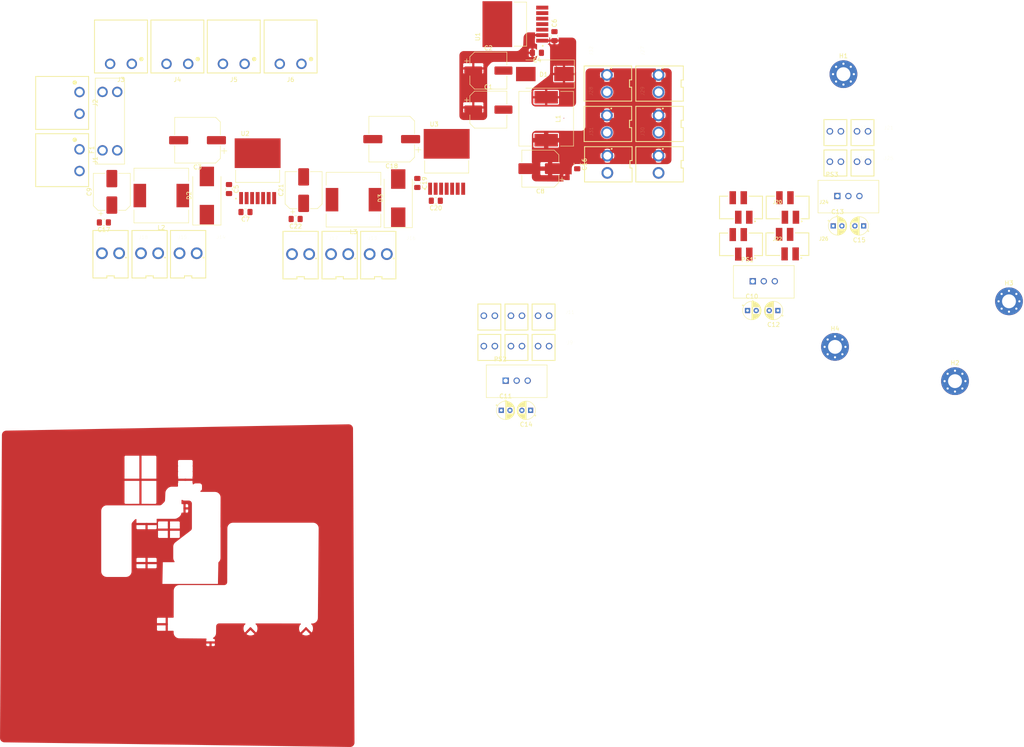
<source format=kicad_pcb>
(kicad_pcb (version 20171130) (host pcbnew "(5.1.8)-1")
  (layers (0 F.Cu signal) (31 B.Cu signal) (34 B.Paste user) (35 F.Paste user) (36 B.SilkS user) (37 F.SilkS user hide) (38 B.Mask user) (39 F.Mask user) (44 Edge.Cuts user))
  (net 0 "")
  (net 1 +24V)
  (net 2 GND)
  (net 3 "Net-(C6-Pad2)")
  (net 4 "Net-(C6-Pad1)")
  (net 5 "Net-(C7-Pad2)")
  (net 6 "Net-(C7-Pad1)")
  (net 7 +5P)
  (net 8 +12P)
  (net 9 +5V)
  (net 10 +12C)
  (net 11 +5C)
  (net 12 +BATT)
  (net 13 "Net-(J20-Pad3)")
  (net 14 "Net-(J20-Pad2)")
  (net 15 "Net-(J22-Pad2)")
  (net 16 "Net-(J22-Pad3)")
  (net 17 "Net-(J24-Pad3)")
  (net 18 "Net-(J24-Pad2)")
  (net 19 "Net-(J26-Pad2)")
  (net 20 "Net-(J26-Pad3)")
  (net 21 "Net-(U1-Pad7)")
  (net 22 "Net-(U1-Pad5)")
  (net 23 "Net-(U2-Pad5)")
  (net 24 "Net-(U2-Pad7)")
  (net 25 "Net-(C20-Pad2)")
  (net 26 "Net-(C20-Pad1)")
  (net 27 "Net-(U3-Pad7)")
  (net 28 "Net-(U3-Pad5)")
  (module AREA_lib_Connector:690367290476 (layer F.Cu) (at 213.430001 66.700001)
    (fp_text reference J26 (at 8.374 -1.232) (layer F.SilkS) (effects (font (size 0.8 0.8))))
    (fp_text value 5V_CAN)
    (pad 1 smd rect (at 1.905 2.25) (size 1.5 3) (layers F.Cu F.Paste F.Mask) (net 9 +5V))
    (pad 3 smd rect (at -0.635 2.25) (size 1.5 3) (layers F.Cu F.Paste F.Mask) (net 20 "Net-(J26-Pad3)"))
    (pad 2 smd rect (at 0.635 -2.25) (size 1.5 3) (layers F.Cu F.Paste F.Mask) (net 19 "Net-(J26-Pad2)"))
    (pad 4 smd rect (at -1.905 -2.25) (size 1.5 3) (layers F.Cu F.Paste F.Mask) (net 2 GND))
  )
  (module AREA_lib_Connector:690367290476 (layer F.Cu) (at 213.5 58.25)
    (fp_text reference J24 (at 8.374 -1.232) (layer F.SilkS) (effects (font (size 0.8 0.8))))
    (fp_text value 5V_CAN)
    (pad 1 smd rect (at 1.905 2.25) (size 1.5 3) (layers F.Cu F.Paste F.Mask) (net 9 +5V))
    (pad 3 smd rect (at -0.635 2.25) (size 1.5 3) (layers F.Cu F.Paste F.Mask) (net 17 "Net-(J24-Pad3)"))
    (pad 2 smd rect (at 0.635 -2.25) (size 1.5 3) (layers F.Cu F.Paste F.Mask) (net 18 "Net-(J24-Pad2)"))
    (pad 4 smd rect (at -1.905 -2.25) (size 1.5 3) (layers F.Cu F.Paste F.Mask) (net 2 GND))
  )
  (module AREA_lib_Connector:690367290476 (layer F.Cu) (at 202.75 66.75)
    (fp_text reference J22 (at 8.374 -1.232) (layer F.SilkS) (effects (font (size 0.8 0.8))))
    (fp_text value 5V_CAN)
    (pad 1 smd rect (at 1.905 2.25) (size 1.5 3) (layers F.Cu F.Paste F.Mask) (net 9 +5V))
    (pad 3 smd rect (at -0.635 2.25) (size 1.5 3) (layers F.Cu F.Paste F.Mask) (net 16 "Net-(J22-Pad3)"))
    (pad 2 smd rect (at 0.635 -2.25) (size 1.5 3) (layers F.Cu F.Paste F.Mask) (net 15 "Net-(J22-Pad2)"))
    (pad 4 smd rect (at -1.905 -2.25) (size 1.5 3) (layers F.Cu F.Paste F.Mask) (net 2 GND))
  )
  (module AREA_lib_Connector:690367290476 (layer F.Cu) (at 202.75 58.25)
    (fp_text reference J20 (at 8.374 -1.232) (layer F.SilkS) (effects (font (size 0.8 0.8))))
    (fp_text value 5V_CAN)
    (pad 1 smd rect (at 1.905 2.25) (size 1.5 3) (layers F.Cu F.Paste F.Mask) (net 9 +5V))
    (pad 3 smd rect (at -0.635 2.25) (size 1.5 3) (layers F.Cu F.Paste F.Mask) (net 13 "Net-(J20-Pad3)"))
    (pad 2 smd rect (at 0.635 -2.25) (size 1.5 3) (layers F.Cu F.Paste F.Mask) (net 14 "Net-(J20-Pad2)"))
    (pad 4 smd rect (at -1.905 -2.25) (size 1.5 3) (layers F.Cu F.Paste F.Mask) (net 2 GND))
  )
  (module AREA_lib_composant:FUSE_3557-2 (layer F.Cu) (at 57.3 38.35 90)
    (fp_text reference F1 (at -6.61381 -4.14052 90) (layer F.SilkS) (effects (font (size 1.001339 1.001339))))
    (fp_text value 3557-2)
    (pad 3 thru_hole circle (at 6.735 1.7 90) (size 2.4 2.4) (drill 1.6) (layers *.Cu *.Mask) (net 1 +24V))
    (pad 3 thru_hole circle (at 6.735 -1.7 90) (size 2.4 2.4) (drill 1.6) (layers *.Cu *.Mask) (net 1 +24V))
    (pad 1 thru_hole circle (at -6.735 1.7 90) (size 2.4 2.4) (drill 1.6) (layers *.Cu *.Mask) (net 12 +BATT))
    (pad 1 thru_hole circle (at -6.735 -1.7 90) (size 2.4 2.4) (drill 1.6) (layers *.Cu *.Mask) (net 12 +BATT))
  )
  (module AREA_lib_composant:TO127P1435X464-8N (layer F.Cu) (at 134.91 47.74)
    (fp_text reference U3 (at -2.885 -8.675) (layer F.SilkS))
    (fp_text value LM2678S-12)
    (pad 8 smd rect (at 0 -4.16) (size 10.58 6.84) (layers F.Cu F.Mask) (net 2 GND))
    (pad 7 smd rect (at 3.81 6.19) (size 0.89 2.79) (layers F.Cu F.Paste F.Mask) (net 27 "Net-(U3-Pad7)"))
    (pad 6 smd rect (at 2.54 6.19) (size 0.89 2.79) (layers F.Cu F.Paste F.Mask) (net 8 +12P))
    (pad 5 smd rect (at 1.27 6.19) (size 0.89 2.79) (layers F.Cu F.Paste F.Mask) (net 28 "Net-(U3-Pad5)"))
    (pad 4 smd rect (at 0 6.19) (size 0.89 2.79) (layers F.Cu F.Paste F.Mask) (net 2 GND))
    (pad 3 smd rect (at -1.27 6.19) (size 0.89 2.79) (layers F.Cu F.Paste F.Mask) (net 26 "Net-(C20-Pad1)"))
    (pad 2 smd rect (at -2.54 6.19) (size 0.89 2.79) (layers F.Cu F.Paste F.Mask) (net 1 +24V))
    (pad 1 smd rect (at -3.81 6.19) (size 0.89 2.79) (layers F.Cu F.Paste F.Mask) (net 25 "Net-(C20-Pad2)"))
  )
  (module Inductor_SMD:L_12x12mm_H8mm (layer F.Cu) (at 113.44 56.45 180)
    (fp_text reference L3 (at 0 -7.4) (layer F.SilkS))
    (fp_text value MSS1210-153MED)
    (pad 2 smd rect (at 4.95 0 180) (size 2.9 5.4) (layers F.Cu F.Paste F.Mask) (net 8 +12P))
    (pad 1 smd rect (at -4.95 0 180) (size 2.9 5.4) (layers F.Cu F.Paste F.Mask) (net 25 "Net-(C20-Pad2)"))
  )
  (module Diode_SMD:D_SMC_Handsoldering (layer F.Cu) (at 123.75 56.1 90)
    (fp_text reference D3 (at 0 -4.1 90) (layer F.SilkS))
    (fp_text value S8KC-13)
    (pad 2 smd rect (at 4.4 0 180) (size 3.3 4.5) (layers F.Cu F.Paste F.Mask) (net 2 GND))
    (pad 1 smd rect (at -4.4 0 180) (size 3.3 4.5) (layers F.Cu F.Paste F.Mask) (net 25 "Net-(C20-Pad2)"))
  )
  (module Capacitor_SMD:C_0805_2012Metric_Pad1.18x1.45mm_HandSolder (layer F.Cu) (at 100.1125 60.9 180)
    (fp_text reference C22 (at 0 -1.68) (layer F.SilkS))
    (fp_text value 100n)
    (pad 2 smd roundrect (at 1.0375 0 180) (size 1.175 1.45) (layers F.Cu F.Paste F.Mask) (roundrect_rratio 0.212766) (net 2 GND))
    (pad 1 smd roundrect (at -1.0375 0 180) (size 1.175 1.45) (layers F.Cu F.Paste F.Mask) (roundrect_rratio 0.212766) (net 8 +12P))
  )
  (module Capacitor_SMD:CP_Elec_8x6.2 (layer F.Cu) (at 101.95 54.25 90)
    (fp_text reference C21 (at 0 -5.2 90) (layer F.SilkS))
    (fp_text value 330u)
    (pad 2 smd roundrect (at 3.05 0 90) (size 4 2.5) (layers F.Cu F.Paste F.Mask) (roundrect_rratio 0.1) (net 2 GND))
    (pad 1 smd roundrect (at -3.05 0 90) (size 4 2.5) (layers F.Cu F.Paste F.Mask) (roundrect_rratio 0.1) (net 8 +12P))
  )
  (module Capacitor_SMD:C_0805_2012Metric_Pad1.18x1.45mm_HandSolder (layer F.Cu) (at 132.4125 56.7 180)
    (fp_text reference C20 (at 0 -1.68) (layer F.SilkS))
    (fp_text value 10n)
    (pad 2 smd roundrect (at 1.0375 0 180) (size 1.175 1.45) (layers F.Cu F.Paste F.Mask) (roundrect_rratio 0.212766) (net 25 "Net-(C20-Pad2)"))
    (pad 1 smd roundrect (at -1.0375 0 180) (size 1.175 1.45) (layers F.Cu F.Paste F.Mask) (roundrect_rratio 0.212766) (net 26 "Net-(C20-Pad1)"))
  )
  (module Capacitor_SMD:C_0805_2012Metric_Pad1.18x1.45mm_HandSolder (layer F.Cu) (at 128.15 52.6 270)
    (fp_text reference C19 (at 0 -1.68 90) (layer F.SilkS))
    (fp_text value 100n)
    (pad 2 smd roundrect (at 1.0375 0 270) (size 1.175 1.45) (layers F.Cu F.Paste F.Mask) (roundrect_rratio 0.212766) (net 2 GND))
    (pad 1 smd roundrect (at -1.0375 0 270) (size 1.175 1.45) (layers F.Cu F.Paste F.Mask) (roundrect_rratio 0.212766) (net 1 +24V))
  )
  (module Capacitor_SMD:CP_Elec_10x12.6 (layer F.Cu) (at 122.25 42.5 180)
    (fp_text reference C18 (at 0 -6.2) (layer F.SilkS))
    (fp_text value 330u)
    (pad 2 smd roundrect (at 4.35 0 180) (size 4.4 1.9) (layers F.Cu F.Paste F.Mask) (roundrect_rratio 0.131579) (net 2 GND))
    (pad 1 smd roundrect (at -4.35 0 180) (size 4.4 1.9) (layers F.Cu F.Paste F.Mask) (roundrect_rratio 0.131579) (net 1 +24V))
  )
  (module Diode_SMD:D_SMC_Handsoldering (layer F.Cu) (at 79.65 55.5 90)
    (fp_text reference D2 (at 0 -4.1 90) (layer F.SilkS))
    (fp_text value S8KC-13)
    (pad 2 smd rect (at 4.4 0 180) (size 3.3 4.5) (layers F.Cu F.Paste F.Mask) (net 2 GND))
    (pad 1 smd rect (at -4.4 0 180) (size 3.3 4.5) (layers F.Cu F.Paste F.Mask) (net 5 "Net-(C7-Pad2)"))
  )
  (module Capacitor_SMD:C_0805_2012Metric_Pad1.18x1.45mm_HandSolder (layer F.Cu) (at 55.9125 61.7 180)
    (fp_text reference C17 (at 0 -1.68) (layer F.SilkS))
    (fp_text value 100n)
    (pad 2 smd roundrect (at 1.0375 0 180) (size 1.175 1.45) (layers F.Cu F.Paste F.Mask) (roundrect_rratio 0.212766) (net 2 GND))
    (pad 1 smd roundrect (at -1.0375 0 180) (size 1.175 1.45) (layers F.Cu F.Paste F.Mask) (roundrect_rratio 0.212766) (net 8 +12P))
  )
  (module Capacitor_SMD:C_0805_2012Metric_Pad1.18x1.45mm_HandSolder (layer F.Cu) (at 165 48.2875 270)
    (fp_text reference C16 (at 0 -1.68 90) (layer F.SilkS))
    (fp_text value 100n)
    (pad 2 smd roundrect (at 1.0375 0 270) (size 1.175 1.45) (layers F.Cu F.Paste F.Mask) (roundrect_rratio 0.212766) (net 2 GND))
    (pad 1 smd roundrect (at -1.0375 0 270) (size 1.175 1.45) (layers F.Cu F.Paste F.Mask) (roundrect_rratio 0.212766) (net 7 +5P))
  )
  (module Diode_SMD:D_SMC_Handsoldering (layer F.Cu) (at 157.55 27.5 180)
    (fp_text reference D1 (at 0.3 -0.1) (layer F.SilkS))
    (fp_text value S8KC-13)
    (pad 2 smd rect (at 4.4 0 270) (size 3.3 4.5) (layers F.Cu F.Paste F.Mask) (net 2 GND))
    (pad 1 smd rect (at -4.4 0 270) (size 3.3 4.5) (layers F.Cu F.Paste F.Mask) (net 3 "Net-(C6-Pad2)"))
  )
  (module Capacitor_SMD:CP_Elec_8x6.9 (layer F.Cu) (at 144.525 35.7)
    (fp_text reference C1 (at 0 -5.2) (layer F.SilkS))
    (fp_text value 82u)
    (pad 2 smd roundrect (at 3.475 0) (size 4.15 1.9) (layers F.Cu F.Paste F.Mask) (roundrect_rratio 0.131579) (net 2 GND))
    (pad 1 smd roundrect (at -3.475 0) (size 4.15 1.9) (layers F.Cu F.Paste F.Mask) (roundrect_rratio 0.131579) (net 1 +24V))
  )
  (module Capacitor_SMD:CP_Elec_8x6.9 (layer F.Cu) (at 144.525 26.7)
    (fp_text reference C2 (at 0 -5.2) (layer F.SilkS))
    (fp_text value 82u)
    (pad 2 smd roundrect (at 3.475 0) (size 4.15 1.9) (layers F.Cu F.Paste F.Mask) (roundrect_rratio 0.131579) (net 2 GND))
    (pad 1 smd roundrect (at -3.475 0) (size 4.15 1.9) (layers F.Cu F.Paste F.Mask) (roundrect_rratio 0.131579) (net 1 +24V))
  )
  (module Capacitor_SMD:CP_Elec_10x12.6 (layer F.Cu) (at 77.5 42.75 180)
    (fp_text reference C3 (at 0 -6.2) (layer F.SilkS))
    (fp_text value 330u)
    (pad 2 smd roundrect (at 4.35 0 180) (size 4.4 1.9) (layers F.Cu F.Paste F.Mask) (roundrect_rratio 0.131579) (net 2 GND))
    (pad 1 smd roundrect (at -4.35 0 180) (size 4.4 1.9) (layers F.Cu F.Paste F.Mask) (roundrect_rratio 0.131579) (net 1 +24V))
  )
  (module Capacitor_SMD:C_0805_2012Metric_Pad1.18x1.45mm_HandSolder (layer F.Cu) (at 155.7125 22.6)
    (fp_text reference C4 (at 0.0625 1.7) (layer F.SilkS))
    (fp_text value 100n)
    (pad 2 smd roundrect (at 1.0375 0) (size 1.175 1.45) (layers F.Cu F.Paste F.Mask) (roundrect_rratio 0.212766) (net 2 GND))
    (pad 1 smd roundrect (at -1.0375 0) (size 1.175 1.45) (layers F.Cu F.Paste F.Mask) (roundrect_rratio 0.212766) (net 1 +24V))
  )
  (module Capacitor_SMD:C_0805_2012Metric_Pad1.18x1.45mm_HandSolder (layer F.Cu) (at 84.75 54 270)
    (fp_text reference C5 (at 0 -1.68 90) (layer F.SilkS))
    (fp_text value 100n)
    (pad 2 smd roundrect (at 1.0375 0 270) (size 1.175 1.45) (layers F.Cu F.Paste F.Mask) (roundrect_rratio 0.212766) (net 2 GND))
    (pad 1 smd roundrect (at -1.0375 0 270) (size 1.175 1.45) (layers F.Cu F.Paste F.Mask) (roundrect_rratio 0.212766) (net 1 +24V))
  )
  (module Capacitor_SMD:C_0805_2012Metric_Pad1.18x1.45mm_HandSolder (layer F.Cu) (at 159.75 18.7625 270)
    (fp_text reference C6 (at -3 0 90) (layer F.SilkS))
    (fp_text value 10n)
    (pad 2 smd roundrect (at 1.0375 0 270) (size 1.175 1.45) (layers F.Cu F.Paste F.Mask) (roundrect_rratio 0.212766) (net 3 "Net-(C6-Pad2)"))
    (pad 1 smd roundrect (at -1.0375 0 270) (size 1.175 1.45) (layers F.Cu F.Paste F.Mask) (roundrect_rratio 0.212766) (net 4 "Net-(C6-Pad1)"))
  )
  (module Capacitor_SMD:C_0805_2012Metric_Pad1.18x1.45mm_HandSolder (layer F.Cu) (at 88.55 59.3 180)
    (fp_text reference C7 (at 0 -1.68) (layer F.SilkS))
    (fp_text value 10n)
    (pad 2 smd roundrect (at 1.0375 0 180) (size 1.175 1.45) (layers F.Cu F.Paste F.Mask) (roundrect_rratio 0.212766) (net 5 "Net-(C7-Pad2)"))
    (pad 1 smd roundrect (at -1.0375 0 180) (size 1.175 1.45) (layers F.Cu F.Paste F.Mask) (roundrect_rratio 0.212766) (net 6 "Net-(C7-Pad1)"))
  )
  (module Capacitor_SMD:CP_Elec_8x6.2 (layer F.Cu) (at 156.5 49.3 180)
    (fp_text reference C8 (at 0 -5.2) (layer F.SilkS))
    (fp_text value 330u)
    (pad 1 smd roundrect (at -3.05 0 180) (size 4 2.5) (layers F.Cu F.Paste F.Mask) (roundrect_rratio 0.1) (net 7 +5P))
    (pad 2 smd roundrect (at 3.05 0 180) (size 4 2.5) (layers F.Cu F.Paste F.Mask) (roundrect_rratio 0.1) (net 2 GND))
  )
  (module Capacitor_SMD:CP_Elec_8x6.2 (layer F.Cu) (at 57.75 54.65 90)
    (fp_text reference C9 (at 0 -5.2 90) (layer F.SilkS))
    (fp_text value 330u)
    (pad 2 smd roundrect (at 3.05 0 90) (size 4 2.5) (layers F.Cu F.Paste F.Mask) (roundrect_rratio 0.1) (net 2 GND))
    (pad 1 smd roundrect (at -3.05 0 90) (size 4 2.5) (layers F.Cu F.Paste F.Mask) (roundrect_rratio 0.1) (net 8 +12P))
  )
  (module Capacitor_THT:CP_Radial_D4.0mm_P2.00mm (layer F.Cu) (at 204.25 82)
    (fp_text reference C10 (at 1 -3.25) (layer F.SilkS))
    (fp_text value 10u)
    (pad 2 thru_hole circle (at 2 0) (size 1.2 1.2) (drill 0.6) (layers *.Cu *.Mask) (net 2 GND))
    (pad 1 thru_hole rect (at 0 0) (size 1.2 1.2) (drill 0.6) (layers *.Cu *.Mask) (net 1 +24V))
  )
  (module Capacitor_THT:CP_Radial_D4.0mm_P2.00mm (layer F.Cu) (at 147.5 105)
    (fp_text reference C11 (at 1 -3.25) (layer F.SilkS))
    (fp_text value 10u)
    (pad 2 thru_hole circle (at 2 0) (size 1.2 1.2) (drill 0.6) (layers *.Cu *.Mask) (net 2 GND))
    (pad 1 thru_hole rect (at 0 0) (size 1.2 1.2) (drill 0.6) (layers *.Cu *.Mask) (net 1 +24V))
  )
  (module Capacitor_THT:CP_Radial_D4.0mm_P2.00mm (layer F.Cu) (at 211.25 82 180)
    (fp_text reference C12 (at 1 -3.25) (layer F.SilkS))
    (fp_text value 47u)
    (pad 2 thru_hole circle (at 2 0 180) (size 1.2 1.2) (drill 0.6) (layers *.Cu *.Mask) (net 2 GND))
    (pad 1 thru_hole rect (at 0 0 180) (size 1.2 1.2) (drill 0.6) (layers *.Cu *.Mask) (net 9 +5V))
  )
  (module Capacitor_THT:CP_Radial_D4.0mm_P2.00mm (layer F.Cu) (at 224 62.5)
    (fp_text reference C13 (at 1 -3.25) (layer F.SilkS))
    (fp_text value 10u)
    (pad 2 thru_hole circle (at 2 0) (size 1.2 1.2) (drill 0.6) (layers *.Cu *.Mask) (net 2 GND))
    (pad 1 thru_hole rect (at 0 0) (size 1.2 1.2) (drill 0.6) (layers *.Cu *.Mask) (net 1 +24V))
  )
  (module Capacitor_THT:CP_Radial_D4.0mm_P2.00mm (layer F.Cu) (at 154.25 105 180)
    (fp_text reference C14 (at 1 -3.25) (layer F.SilkS))
    (fp_text value 47u)
    (pad 2 thru_hole circle (at 2 0 180) (size 1.2 1.2) (drill 0.6) (layers *.Cu *.Mask) (net 2 GND))
    (pad 1 thru_hole rect (at 0 0 180) (size 1.2 1.2) (drill 0.6) (layers *.Cu *.Mask) (net 10 +12C))
  )
  (module Capacitor_THT:CP_Radial_D4.0mm_P2.00mm (layer F.Cu) (at 231 62.5 180)
    (fp_text reference C15 (at 1 -3.25) (layer F.SilkS))
    (fp_text value 47u)
    (pad 2 thru_hole circle (at 2 0 180) (size 1.2 1.2) (drill 0.6) (layers *.Cu *.Mask) (net 2 GND))
    (pad 1 thru_hole rect (at 0 0 180) (size 1.2 1.2) (drill 0.6) (layers *.Cu *.Mask) (net 11 +5C))
  )
  (module MountingHole:MountingHole_3.2mm_M3_Pad_Via (layer F.Cu) (at 226.355001 27.525001)
    (fp_text reference H1 (at 0 -4.2) (layer F.SilkS))
    (fp_text value MountingHole_Pad)
    (pad 1 thru_hole circle (at 1.697056 -1.697056) (size 0.8 0.8) (drill 0.5) (layers *.Cu *.Mask) (net 2 GND))
    (pad 1 thru_hole circle (at 0 -2.4) (size 0.8 0.8) (drill 0.5) (layers *.Cu *.Mask) (net 2 GND))
    (pad 1 thru_hole circle (at -1.697056 -1.697056) (size 0.8 0.8) (drill 0.5) (layers *.Cu *.Mask) (net 2 GND))
    (pad 1 thru_hole circle (at -2.4 0) (size 0.8 0.8) (drill 0.5) (layers *.Cu *.Mask) (net 2 GND))
    (pad 1 thru_hole circle (at -1.697056 1.697056) (size 0.8 0.8) (drill 0.5) (layers *.Cu *.Mask) (net 2 GND))
    (pad 1 thru_hole circle (at 0 2.4) (size 0.8 0.8) (drill 0.5) (layers *.Cu *.Mask) (net 2 GND))
    (pad 1 thru_hole circle (at 1.697056 1.697056) (size 0.8 0.8) (drill 0.5) (layers *.Cu *.Mask) (net 2 GND))
    (pad 1 thru_hole circle (at 2.4 0) (size 0.8 0.8) (drill 0.5) (layers *.Cu *.Mask) (net 2 GND))
    (pad 1 thru_hole circle (at 0 0) (size 6.4 6.4) (drill 3.2) (layers *.Cu *.Mask) (net 2 GND))
  )
  (module MountingHole:MountingHole_3.2mm_M3_Pad_Via (layer F.Cu) (at 252.065001 98.275001)
    (fp_text reference H2 (at 0 -4.2) (layer F.SilkS))
    (fp_text value MountingHole_Pad)
    (pad 1 thru_hole circle (at 1.697056 -1.697056) (size 0.8 0.8) (drill 0.5) (layers *.Cu *.Mask) (net 2 GND))
    (pad 1 thru_hole circle (at 0 -2.4) (size 0.8 0.8) (drill 0.5) (layers *.Cu *.Mask) (net 2 GND))
    (pad 1 thru_hole circle (at -1.697056 -1.697056) (size 0.8 0.8) (drill 0.5) (layers *.Cu *.Mask) (net 2 GND))
    (pad 1 thru_hole circle (at -2.4 0) (size 0.8 0.8) (drill 0.5) (layers *.Cu *.Mask) (net 2 GND))
    (pad 1 thru_hole circle (at -1.697056 1.697056) (size 0.8 0.8) (drill 0.5) (layers *.Cu *.Mask) (net 2 GND))
    (pad 1 thru_hole circle (at 0 2.4) (size 0.8 0.8) (drill 0.5) (layers *.Cu *.Mask) (net 2 GND))
    (pad 1 thru_hole circle (at 1.697056 1.697056) (size 0.8 0.8) (drill 0.5) (layers *.Cu *.Mask) (net 2 GND))
    (pad 1 thru_hole circle (at 2.4 0) (size 0.8 0.8) (drill 0.5) (layers *.Cu *.Mask) (net 2 GND))
    (pad 1 thru_hole circle (at 0 0) (size 6.4 6.4) (drill 3.2) (layers *.Cu *.Mask) (net 2 GND))
  )
  (module MountingHole:MountingHole_3.2mm_M3_Pad_Via (layer F.Cu) (at 264.505001 79.875001)
    (fp_text reference H3 (at 0 -4.2) (layer F.SilkS))
    (fp_text value MountingHole_Pad)
    (pad 1 thru_hole circle (at 1.697056 -1.697056) (size 0.8 0.8) (drill 0.5) (layers *.Cu *.Mask) (net 2 GND))
    (pad 1 thru_hole circle (at 0 -2.4) (size 0.8 0.8) (drill 0.5) (layers *.Cu *.Mask) (net 2 GND))
    (pad 1 thru_hole circle (at -1.697056 -1.697056) (size 0.8 0.8) (drill 0.5) (layers *.Cu *.Mask) (net 2 GND))
    (pad 1 thru_hole circle (at -2.4 0) (size 0.8 0.8) (drill 0.5) (layers *.Cu *.Mask) (net 2 GND))
    (pad 1 thru_hole circle (at -1.697056 1.697056) (size 0.8 0.8) (drill 0.5) (layers *.Cu *.Mask) (net 2 GND))
    (pad 1 thru_hole circle (at 0 2.4) (size 0.8 0.8) (drill 0.5) (layers *.Cu *.Mask) (net 2 GND))
    (pad 1 thru_hole circle (at 1.697056 1.697056) (size 0.8 0.8) (drill 0.5) (layers *.Cu *.Mask) (net 2 GND))
    (pad 1 thru_hole circle (at 2.4 0) (size 0.8 0.8) (drill 0.5) (layers *.Cu *.Mask) (net 2 GND))
    (pad 1 thru_hole circle (at 0 0) (size 6.4 6.4) (drill 3.2) (layers *.Cu *.Mask) (net 2 GND))
  )
  (module MountingHole:MountingHole_3.2mm_M3_Pad_Via (layer F.Cu) (at 224.415001 90.375001)
    (fp_text reference H4 (at 0 -4.2) (layer F.SilkS))
    (fp_text value MountingHole_Pad)
    (pad 1 thru_hole circle (at 1.697056 -1.697056) (size 0.8 0.8) (drill 0.5) (layers *.Cu *.Mask) (net 2 GND))
    (pad 1 thru_hole circle (at 0 -2.4) (size 0.8 0.8) (drill 0.5) (layers *.Cu *.Mask) (net 2 GND))
    (pad 1 thru_hole circle (at -1.697056 -1.697056) (size 0.8 0.8) (drill 0.5) (layers *.Cu *.Mask) (net 2 GND))
    (pad 1 thru_hole circle (at -2.4 0) (size 0.8 0.8) (drill 0.5) (layers *.Cu *.Mask) (net 2 GND))
    (pad 1 thru_hole circle (at -1.697056 1.697056) (size 0.8 0.8) (drill 0.5) (layers *.Cu *.Mask) (net 2 GND))
    (pad 1 thru_hole circle (at 0 2.4) (size 0.8 0.8) (drill 0.5) (layers *.Cu *.Mask) (net 2 GND))
    (pad 1 thru_hole circle (at 1.697056 1.697056) (size 0.8 0.8) (drill 0.5) (layers *.Cu *.Mask) (net 2 GND))
    (pad 1 thru_hole circle (at 2.4 0) (size 0.8 0.8) (drill 0.5) (layers *.Cu *.Mask) (net 2 GND))
    (pad 1 thru_hole circle (at 0 0) (size 6.4 6.4) (drill 3.2) (layers *.Cu *.Mask) (net 2 GND))
  )
  (module AREA_lib_Connector:Wuerth_batcon_691313710002 (layer F.Cu) (at 50.3 47.35 270)
    (fp_text reference J1 (at 0 -3.635 90) (layer F.SilkS))
    (fp_text value BAT_IN)
    (pad 2 thru_hole circle (at 2.5 0 270) (size 2.4 2.4) (drill 1.6) (layers *.Cu *.Mask) (net 2 GND))
    (pad 1 thru_hole circle (at -2.5 0 270) (size 2.4 2.4) (drill 1.6) (layers *.Cu *.Mask) (net 12 +BATT))
  )
  (module AREA_lib_Connector:Wuerth_batcon_691313710002 (layer F.Cu) (at 50.3 34.15 270)
    (fp_text reference J2 (at 0 -3.635 90) (layer F.SilkS))
    (fp_text value BAT_IN)
    (pad 2 thru_hole circle (at 2.5 0 270) (size 2.4 2.4) (drill 1.6) (layers *.Cu *.Mask) (net 2 GND))
    (pad 1 thru_hole circle (at -2.5 0 270) (size 2.4 2.4) (drill 1.6) (layers *.Cu *.Mask) (net 12 +BATT))
  )
  (module AREA_lib_Connector:Wuerth_batcon_691313710002 (layer F.Cu) (at 59.85 25.15 180)
    (fp_text reference J3 (at 0 -3.635) (layer F.SilkS))
    (fp_text value MOT_OUT)
    (pad 2 thru_hole circle (at 2.5 0 180) (size 2.4 2.4) (drill 1.6) (layers *.Cu *.Mask) (net 2 GND))
    (pad 1 thru_hole circle (at -2.5 0 180) (size 2.4 2.4) (drill 1.6) (layers *.Cu *.Mask) (net 1 +24V))
  )
  (module AREA_lib_Connector:Wuerth_batcon_691313710002 (layer F.Cu) (at 72.85 25.15 180)
    (fp_text reference J4 (at 0 -3.635) (layer F.SilkS))
    (fp_text value MOT_OUT)
    (pad 2 thru_hole circle (at 2.5 0 180) (size 2.4 2.4) (drill 1.6) (layers *.Cu *.Mask) (net 2 GND))
    (pad 1 thru_hole circle (at -2.5 0 180) (size 2.4 2.4) (drill 1.6) (layers *.Cu *.Mask) (net 1 +24V))
  )
  (module AREA_lib_Connector:Wuerth_batcon_691313710002 (layer F.Cu) (at 85.85 25.15 180)
    (fp_text reference J5 (at 0 -3.635) (layer F.SilkS))
    (fp_text value MOT_OUT)
    (pad 2 thru_hole circle (at 2.5 0 180) (size 2.4 2.4) (drill 1.6) (layers *.Cu *.Mask) (net 2 GND))
    (pad 1 thru_hole circle (at -2.5 0 180) (size 2.4 2.4) (drill 1.6) (layers *.Cu *.Mask) (net 1 +24V))
  )
  (module AREA_lib_Connector:Wuerth_batcon_691313710002 (layer F.Cu) (at 98.95 25.15 180)
    (fp_text reference J6 (at 0 -3.635) (layer F.SilkS))
    (fp_text value MOT_OUT)
    (pad 2 thru_hole circle (at 2.5 0 180) (size 2.4 2.4) (drill 1.6) (layers *.Cu *.Mask) (net 2 GND))
    (pad 1 thru_hole circle (at -2.5 0 180) (size 2.4 2.4) (drill 1.6) (layers *.Cu *.Mask) (net 1 +24V))
  )
  (module AREA_lib_Connector:Wuerth_2.54mm_2pins_61900211121 (layer F.Cu) (at 144.75 90.5)
    (fp_text reference J7 (at 6.055 -1.108) (layer F.SilkS) (effects (font (size 0.8 0.8) (thickness 0.015))))
    (fp_text value 12VC)
    (pad 1 thru_hole circle (at 1.27 -0.3) (size 1.508 1.508) (drill 1) (layers *.Cu *.Mask) (net 10 +12C))
    (pad 2 thru_hole circle (at -1.27 -0.3) (size 1.508 1.508) (drill 1) (layers *.Cu *.Mask) (net 2 GND))
  )
  (module AREA_lib_Connector:Wuerth_2.54mm_2pins_61900211121 (layer F.Cu) (at 151 90.5)
    (fp_text reference J8 (at 6.055 -1.108) (layer F.SilkS) (effects (font (size 0.8 0.8) (thickness 0.015))))
    (fp_text value 12VC)
    (pad 1 thru_hole circle (at 1.27 -0.3) (size 1.508 1.508) (drill 1) (layers *.Cu *.Mask) (net 10 +12C))
    (pad 2 thru_hole circle (at -1.27 -0.3) (size 1.508 1.508) (drill 1) (layers *.Cu *.Mask) (net 2 GND))
  )
  (module AREA_lib_Connector:Wuerth_2.54mm_2pins_61900211121 (layer F.Cu) (at 157.25 90.5)
    (fp_text reference J9 (at 6.055 -1.108) (layer F.SilkS) (effects (font (size 0.8 0.8) (thickness 0.015))))
    (fp_text value 12VC)
    (pad 1 thru_hole circle (at 1.27 -0.3) (size 1.508 1.508) (drill 1) (layers *.Cu *.Mask) (net 10 +12C))
    (pad 2 thru_hole circle (at -1.27 -0.3) (size 1.508 1.508) (drill 1) (layers *.Cu *.Mask) (net 2 GND))
  )
  (module AREA_lib_Connector:Wuerth_2.54mm_2pins_61900211121 (layer F.Cu) (at 151 83.5)
    (fp_text reference J10 (at 6.055 -1.108) (layer F.SilkS) (effects (font (size 0.8 0.8) (thickness 0.015))))
    (fp_text value 12VC)
    (pad 1 thru_hole circle (at 1.27 -0.3) (size 1.508 1.508) (drill 1) (layers *.Cu *.Mask) (net 10 +12C))
    (pad 2 thru_hole circle (at -1.27 -0.3) (size 1.508 1.508) (drill 1) (layers *.Cu *.Mask) (net 2 GND))
  )
  (module AREA_lib_Connector:Wuerth_2.54mm_2pins_61900211121 (layer F.Cu) (at 157.25 83.5)
    (fp_text reference J11 (at 6.055 -1.108) (layer F.SilkS) (effects (font (size 0.8 0.8) (thickness 0.015))))
    (fp_text value 12VC)
    (pad 1 thru_hole circle (at 1.27 -0.3) (size 1.508 1.508) (drill 1) (layers *.Cu *.Mask) (net 10 +12C))
    (pad 2 thru_hole circle (at -1.27 -0.3) (size 1.508 1.508) (drill 1) (layers *.Cu *.Mask) (net 2 GND))
  )
  (module AREA_lib_Connector:Wuerth_2.54mm_2pins_61900211121 (layer F.Cu) (at 144.75 83.5)
    (fp_text reference J12 (at 6.055 -1.108) (layer F.SilkS) (effects (font (size 0.8 0.8) (thickness 0.015))))
    (fp_text value 12VC)
    (pad 1 thru_hole circle (at 1.27 -0.3) (size 1.508 1.508) (drill 1) (layers *.Cu *.Mask) (net 10 +12C))
    (pad 2 thru_hole circle (at -1.27 -0.3) (size 1.508 1.508) (drill 1) (layers *.Cu *.Mask) (net 2 GND))
  )
  (module AREA_lib_Connector:Wuerth_3.96mm_2pin_645002114822 (layer F.Cu) (at 110.25 69.5)
    (fp_text reference J13 (at 7.555 -4.188) (layer F.SilkS) (effects (font (size 0.8 0.8) (thickness 0.015))))
    (fp_text value 12VP)
    (pad 1 thru_hole circle (at 1.98 -0.5) (size 2.7 2.7) (drill 1.8) (layers *.Cu *.Mask) (net 8 +12P))
    (pad 2 thru_hole circle (at -1.98 -0.5) (size 2.7 2.7) (drill 1.8) (layers *.Cu *.Mask) (net 2 GND))
  )
  (module AREA_lib_Connector:Wuerth_3.96mm_2pin_645002114822 (layer F.Cu) (at 75.33 69.3)
    (fp_text reference J14 (at 7.555 -4.188) (layer F.SilkS) (effects (font (size 0.8 0.8) (thickness 0.015))))
    (fp_text value 12VP)
    (pad 1 thru_hole circle (at 1.98 -0.5) (size 2.7 2.7) (drill 1.8) (layers *.Cu *.Mask) (net 8 +12P))
    (pad 2 thru_hole circle (at -1.98 -0.5) (size 2.7 2.7) (drill 1.8) (layers *.Cu *.Mask) (net 2 GND))
  )
  (module AREA_lib_Connector:Wuerth_3.96mm_2pin_645002114822 (layer F.Cu) (at 66.45 69.3)
    (fp_text reference J15 (at 7.555 -4.188) (layer F.SilkS) (effects (font (size 0.8 0.8) (thickness 0.015))))
    (fp_text value 12VP)
    (pad 1 thru_hole circle (at 1.98 -0.5) (size 2.7 2.7) (drill 1.8) (layers *.Cu *.Mask) (net 8 +12P))
    (pad 2 thru_hole circle (at -1.98 -0.5) (size 2.7 2.7) (drill 1.8) (layers *.Cu *.Mask) (net 2 GND))
  )
  (module AREA_lib_Connector:Wuerth_3.96mm_2pin_645002114822 (layer F.Cu) (at 119.15 69.5)
    (fp_text reference J16 (at 7.555 -4.188) (layer F.SilkS) (effects (font (size 0.8 0.8) (thickness 0.015))))
    (fp_text value 12VP)
    (pad 1 thru_hole circle (at 1.98 -0.5) (size 2.7 2.7) (drill 1.8) (layers *.Cu *.Mask) (net 8 +12P))
    (pad 2 thru_hole circle (at -1.98 -0.5) (size 2.7 2.7) (drill 1.8) (layers *.Cu *.Mask) (net 2 GND))
  )
  (module AREA_lib_Connector:Wuerth_3.96mm_2pin_645002114822 (layer F.Cu) (at 101.25 69.5)
    (fp_text reference J17 (at 7.555 -4.188) (layer F.SilkS) (effects (font (size 0.8 0.8) (thickness 0.015))))
    (fp_text value 12VP)
    (pad 1 thru_hole circle (at 1.98 -0.5) (size 2.7 2.7) (drill 1.8) (layers *.Cu *.Mask) (net 8 +12P))
    (pad 2 thru_hole circle (at -1.98 -0.5) (size 2.7 2.7) (drill 1.8) (layers *.Cu *.Mask) (net 2 GND))
  )
  (module AREA_lib_Connector:Wuerth_3.96mm_2pin_645002114822 (layer F.Cu) (at 57.45 69.3)
    (fp_text reference J18 (at 7.555 -4.188) (layer F.SilkS) (effects (font (size 0.8 0.8) (thickness 0.015))))
    (fp_text value 12VP)
    (pad 1 thru_hole circle (at 1.98 -0.5) (size 2.7 2.7) (drill 1.8) (layers *.Cu *.Mask) (net 8 +12P))
    (pad 2 thru_hole circle (at -1.98 -0.5) (size 2.7 2.7) (drill 1.8) (layers *.Cu *.Mask) (net 2 GND))
  )
  (module AREA_lib_Connector:Wuerth_2.54mm_2pins_61900211121 (layer F.Cu) (at 224.5 48)
    (fp_text reference J19 (at 6.055 -1.108) (layer F.SilkS) (effects (font (size 0.8 0.8) (thickness 0.015))))
    (fp_text value 5VC)
    (pad 1 thru_hole circle (at 1.27 -0.3) (size 1.508 1.508) (drill 1) (layers *.Cu *.Mask) (net 11 +5C))
    (pad 2 thru_hole circle (at -1.27 -0.3) (size 1.508 1.508) (drill 1) (layers *.Cu *.Mask) (net 2 GND))
  )
  (module AREA_lib_Connector:Wuerth_2.54mm_2pins_61900211121 (layer F.Cu) (at 230.75 41)
    (fp_text reference J21 (at 6.055 -1.108) (layer F.SilkS) (effects (font (size 0.8 0.8) (thickness 0.015))))
    (fp_text value 5VC)
    (pad 1 thru_hole circle (at 1.27 -0.3) (size 1.508 1.508) (drill 1) (layers *.Cu *.Mask) (net 11 +5C))
    (pad 2 thru_hole circle (at -1.27 -0.3) (size 1.508 1.508) (drill 1) (layers *.Cu *.Mask) (net 2 GND))
  )
  (module AREA_lib_Connector:Wuerth_2.54mm_2pins_61900211121 (layer F.Cu) (at 224.5 41)
    (fp_text reference J23 (at 6.055 -1.108) (layer F.SilkS) (effects (font (size 0.8 0.8) (thickness 0.015))))
    (fp_text value 5VC)
    (pad 1 thru_hole circle (at 1.27 -0.3) (size 1.508 1.508) (drill 1) (layers *.Cu *.Mask) (net 11 +5C))
    (pad 2 thru_hole circle (at -1.27 -0.3) (size 1.508 1.508) (drill 1) (layers *.Cu *.Mask) (net 2 GND))
  )
  (module AREA_lib_Connector:Wuerth_2.54mm_2pins_61900211121 (layer F.Cu) (at 230.75 48)
    (fp_text reference J25 (at 6.055 -1.108) (layer F.SilkS) (effects (font (size 0.8 0.8) (thickness 0.015))))
    (fp_text value 5VC)
    (pad 1 thru_hole circle (at 1.27 -0.3) (size 1.508 1.508) (drill 1) (layers *.Cu *.Mask) (net 11 +5C))
    (pad 2 thru_hole circle (at -1.27 -0.3) (size 1.508 1.508) (drill 1) (layers *.Cu *.Mask) (net 2 GND))
  )
  (module AREA_lib_Connector:Wuerth_3.96mm_2pin_645002114822 (layer F.Cu) (at 184.25 29.7 90)
    (fp_text reference J27 (at 7.555 -4.188 90) (layer F.SilkS) (effects (font (size 0.8 0.8) (thickness 0.015))))
    (fp_text value 5VP)
    (pad 1 thru_hole circle (at 1.98 -0.5 90) (size 2.7 2.7) (drill 1.8) (layers *.Cu *.Mask) (net 7 +5P))
    (pad 2 thru_hole circle (at -1.98 -0.5 90) (size 2.7 2.7) (drill 1.8) (layers *.Cu *.Mask) (net 2 GND))
  )
  (module AREA_lib_Connector:Wuerth_3.96mm_2pin_645002114822 (layer F.Cu) (at 172.35 39 90)
    (fp_text reference J28 (at 7.555 -4.188 90) (layer F.SilkS) (effects (font (size 0.8 0.8) (thickness 0.015))))
    (fp_text value 5VP)
    (pad 1 thru_hole circle (at 1.98 -0.5 90) (size 2.7 2.7) (drill 1.8) (layers *.Cu *.Mask) (net 7 +5P))
    (pad 2 thru_hole circle (at -1.98 -0.5 90) (size 2.7 2.7) (drill 1.8) (layers *.Cu *.Mask) (net 2 GND))
  )
  (module AREA_lib_Connector:Wuerth_3.96mm_2pin_645002114822 (layer F.Cu) (at 184.25 39 90)
    (fp_text reference J29 (at 7.555 -4.188 90) (layer F.SilkS) (effects (font (size 0.8 0.8) (thickness 0.015))))
    (fp_text value 5VP)
    (pad 1 thru_hole circle (at 1.98 -0.5 90) (size 2.7 2.7) (drill 1.8) (layers *.Cu *.Mask) (net 7 +5P))
    (pad 2 thru_hole circle (at -1.98 -0.5 90) (size 2.7 2.7) (drill 1.8) (layers *.Cu *.Mask) (net 2 GND))
  )
  (module AREA_lib_Connector:Wuerth_3.96mm_2pin_645002114822 (layer F.Cu) (at 184.25 48.3 90)
    (fp_text reference J30 (at 7.555 -4.188 90) (layer F.SilkS) (effects (font (size 0.8 0.8) (thickness 0.015))))
    (fp_text value 5VP)
    (pad 1 thru_hole circle (at 1.98 -0.5 90) (size 2.7 2.7) (drill 1.8) (layers *.Cu *.Mask) (net 7 +5P))
    (pad 2 thru_hole circle (at -1.98 -0.5 90) (size 2.7 2.7) (drill 1.8) (layers *.Cu *.Mask) (net 2 GND))
  )
  (module AREA_lib_Connector:Wuerth_3.96mm_2pin_645002114822 (layer F.Cu) (at 172.45 48.3 90)
    (fp_text reference J31 (at 7.555 -4.188 90) (layer F.SilkS) (effects (font (size 0.8 0.8) (thickness 0.015))))
    (fp_text value 5VP)
    (pad 1 thru_hole circle (at 1.98 -0.5 90) (size 2.7 2.7) (drill 1.8) (layers *.Cu *.Mask) (net 7 +5P))
    (pad 2 thru_hole circle (at -1.98 -0.5 90) (size 2.7 2.7) (drill 1.8) (layers *.Cu *.Mask) (net 2 GND))
  )
  (module AREA_lib_Connector:Wuerth_3.96mm_2pin_645002114822 (layer F.Cu) (at 172.35 29.68 90)
    (fp_text reference J32 (at 7.555 -4.188 90) (layer F.SilkS) (effects (font (size 0.8 0.8) (thickness 0.015))))
    (fp_text value 5VP)
    (pad 1 thru_hole circle (at 1.98 -0.5 90) (size 2.7 2.7) (drill 1.8) (layers *.Cu *.Mask) (net 7 +5P))
    (pad 2 thru_hole circle (at -1.98 -0.5 90) (size 2.7 2.7) (drill 1.8) (layers *.Cu *.Mask) (net 2 GND))
  )
  (module Inductor_SMD:L_12x12mm_H8mm (layer F.Cu) (at 157.85 37.8 270)
    (fp_text reference L1 (at 0 -2.75 90) (layer F.SilkS))
    (fp_text value MSS1210-153MED)
    (pad 1 smd rect (at -4.95 0 270) (size 2.9 5.4) (layers F.Cu F.Paste F.Mask) (net 3 "Net-(C6-Pad2)"))
    (pad 2 smd rect (at 4.95 0 270) (size 2.9 5.4) (layers F.Cu F.Paste F.Mask) (net 7 +5P))
  )
  (module Inductor_SMD:L_12x12mm_H8mm (layer F.Cu) (at 69.15 55.5 180)
    (fp_text reference L2 (at 0 -7.4) (layer F.SilkS))
    (fp_text value MSS1210-153MED)
    (pad 2 smd rect (at 4.95 0 180) (size 2.9 5.4) (layers F.Cu F.Paste F.Mask) (net 8 +12P))
    (pad 1 smd rect (at -4.95 0 180) (size 2.9 5.4) (layers F.Cu F.Paste F.Mask) (net 5 "Net-(C7-Pad2)"))
  )
  (module AREA_lib_composant:CONV_TSR_2-2450 (layer F.Cu) (at 208 75.39)
    (fp_text reference PS1 (at -3.775 -5.085) (layer F.SilkS))
    (fp_text value TSR_2-2450)
    (pad 3 thru_hole circle (at 2.54 -0.14) (size 1.448 1.448) (drill 0.94) (layers *.Cu *.Mask) (net 9 +5V))
    (pad 1 thru_hole rect (at -2.54 -0.14) (size 1.448 1.448) (drill 0.94) (layers *.Cu *.Mask) (net 1 +24V))
    (pad 2 thru_hole circle (at 0 -0.14) (size 1.448 1.448) (drill 0.94) (layers *.Cu *.Mask) (net 2 GND))
  )
  (module AREA_lib_composant:CONV_TSR_2-2450 (layer F.Cu) (at 151.05 98.3)
    (fp_text reference PS2 (at -3.775 -5.085) (layer F.SilkS))
    (fp_text value TSR_2-2450)
    (pad 3 thru_hole circle (at 2.54 -0.14) (size 1.448 1.448) (drill 0.94) (layers *.Cu *.Mask) (net 10 +12C))
    (pad 1 thru_hole rect (at -2.54 -0.14) (size 1.448 1.448) (drill 0.94) (layers *.Cu *.Mask) (net 1 +24V))
    (pad 2 thru_hole circle (at 0 -0.14) (size 1.448 1.448) (drill 0.94) (layers *.Cu *.Mask) (net 2 GND))
  )
  (module AREA_lib_composant:CONV_TSR_2-2450 (layer F.Cu) (at 227.5 55.75)
    (fp_text reference PS3 (at -3.775 -5.085) (layer F.SilkS))
    (fp_text value TSR_2-2450)
    (pad 3 thru_hole circle (at 2.54 -0.14) (size 1.448 1.448) (drill 0.94) (layers *.Cu *.Mask) (net 11 +5C))
    (pad 1 thru_hole rect (at -2.54 -0.14) (size 1.448 1.448) (drill 0.94) (layers *.Cu *.Mask) (net 1 +24V))
    (pad 2 thru_hole circle (at 0 -0.14) (size 1.448 1.448) (drill 0.94) (layers *.Cu *.Mask) (net 2 GND))
  )
  (module AREA_lib_composant:TO127P1435X464-8N (layer F.Cu) (at 150.75 16 90)
    (fp_text reference U1 (at -2.885 -8.675 90) (layer F.SilkS))
    (fp_text value LM2678S-5.0)
    (pad 8 smd rect (at 0 -4.16 90) (size 10.58 6.84) (layers F.Cu F.Mask) (net 2 GND))
    (pad 7 smd rect (at 3.81 6.19 90) (size 0.89 2.79) (layers F.Cu F.Paste F.Mask) (net 21 "Net-(U1-Pad7)"))
    (pad 6 smd rect (at 2.54 6.19 90) (size 0.89 2.79) (layers F.Cu F.Paste F.Mask) (net 7 +5P))
    (pad 5 smd rect (at 1.27 6.19 90) (size 0.89 2.79) (layers F.Cu F.Paste F.Mask) (net 22 "Net-(U1-Pad5)"))
    (pad 4 smd rect (at 0 6.19 90) (size 0.89 2.79) (layers F.Cu F.Paste F.Mask) (net 2 GND))
    (pad 3 smd rect (at -1.27 6.19 90) (size 0.89 2.79) (layers F.Cu F.Paste F.Mask) (net 4 "Net-(C6-Pad1)"))
    (pad 2 smd rect (at -2.54 6.19 90) (size 0.89 2.79) (layers F.Cu F.Paste F.Mask) (net 1 +24V))
    (pad 1 smd rect (at -3.81 6.19 90) (size 0.89 2.79) (layers F.Cu F.Paste F.Mask) (net 3 "Net-(C6-Pad2)"))
  )
  (module AREA_lib_composant:TO127P1435X464-8N (layer F.Cu) (at 91.35 49.9)
    (fp_text reference U2 (at -2.885 -8.675) (layer F.SilkS))
    (fp_text value LM2678S-12)
    (pad 8 smd rect (at 0 -4.16) (size 10.58 6.84) (layers F.Cu F.Mask) (net 2 GND))
    (pad 7 smd rect (at 3.81 6.19) (size 0.89 2.79) (layers F.Cu F.Paste F.Mask) (net 24 "Net-(U2-Pad7)"))
    (pad 6 smd rect (at 2.54 6.19) (size 0.89 2.79) (layers F.Cu F.Paste F.Mask) (net 8 +12P))
    (pad 5 smd rect (at 1.27 6.19) (size 0.89 2.79) (layers F.Cu F.Paste F.Mask) (net 23 "Net-(U2-Pad5)"))
    (pad 4 smd rect (at 0 6.19) (size 0.89 2.79) (layers F.Cu F.Paste F.Mask) (net 2 GND))
    (pad 3 smd rect (at -1.27 6.19) (size 0.89 2.79) (layers F.Cu F.Paste F.Mask) (net 6 "Net-(C7-Pad1)"))
    (pad 2 smd rect (at -2.54 6.19) (size 0.89 2.79) (layers F.Cu F.Paste F.Mask) (net 1 +24V))
    (pad 1 smd rect (at -3.81 6.19) (size 0.89 2.79) (layers F.Cu F.Paste F.Mask) (net 5 "Net-(C7-Pad2)"))
  )
  (segment (start 159.74 19.81) (end 159.75 19.8) (width 0.127) (layer F.Cu) (net 3))
  (segment (start 156.94 19.81) (end 159.74 19.81) (width 0.127) (layer F.Cu) (net 3))
  (segment (start 159.75 25.3) (end 161.95 27.5) (width 0.127) (layer F.Cu) (net 3))
  (segment (start 159.75 19.8) (end 159.75 25.3) (width 0.127) (layer F.Cu) (net 3))
  (segment (start 161.95 37.65) (end 161.9 37.7) (width 0.127) (layer F.Cu) (net 3))
  (zone (net 3) (net_name "Net-(C6-Pad2)") (layer F.Cu) (priority 1) (connect_pads (clearance 0.127)) (min_thickness 0.127) (fill yes (arc_segments 32) (thermal_gap 0.254) (thermal_bridge_width 0.508) (smoothing fillet) (radius 1))
    (polygon (pts (xy 158.95 19.1) (xy 159.25 19.1) (xy 161.415257 19.1) (xy 164.766552 19.1) (xy 164.733448 26.994533) (xy 164.75 27) (xy 164.75 35.014894) (xy 154.45 34.985106) (xy 154.45 30.95) (xy 158.75 27.65) (xy 158.75 20.5) (xy 156.067624 20.495604) (xy 156.05 19.1)))
  )
  (zone (net 2) (net_name GND) (layer F.Cu) (connect_pads (clearance 0.3)) (min_thickness 0.254) (fill yes (arc_segments 32) (thermal_gap 0.254) (thermal_bridge_width 0.508) (smoothing fillet) (radius 1))
    (polygon (pts (xy 113.675 182.6) (xy 31.975 181.5) (xy 32.425 109.7) (xy 113.325 108.2)))
  )
  (zone (net 7) (net_name +5P) (layer F.Cu) (priority 1) (connect_pads (clearance 0.127)) (min_thickness 0.127) (fill yes (arc_segments 32) (thermal_gap 0.254) (thermal_bridge_width 1) (smoothing fillet) (radius 1))
    (polygon (pts (xy 163.75 48.238199) (xy 186.713263 48.261802) (xy 186.786737 26.2) (xy 166.925 26.2) (xy 166.886831 40.580384) (xy 154.558893 40.567319) (xy 154.541107 52.232682) (xy 163.704636 52.303322)))
  )
  (zone (net 0) (net_name "") (layer F.Cu) (connect_pads (clearance 0.127)) (min_thickness 0.254)
    (keepout (tracks allowed) (vias allowed) (copperpour not_allowed))
    (fill (arc_segments 32) (thermal_gap 0.508) (thermal_bridge_width 0.508))
    (polygon (pts (xy 164.55 35) (xy 164.45 40) (xy 151.65 40) (xy 151.75 35)))
  )
  (zone (net 1) (net_name +24V) (layer F.Cu) (priority 1) (connect_pads (clearance 0.3)) (min_thickness 0.254) (fill yes (arc_segments 32) (thermal_gap 0.254) (thermal_bridge_width 0.508) (smoothing fillet) (radius 1))
    (polygon (pts (xy 158.45 19) (xy 155.75 19.1) (xy 155.75 24) (xy 154.770833 24.7) (xy 145.329168 24.7) (xy 144.25 25.9) (xy 144.25 38.1) (xy 137.85 38.1) (xy 137.85 22.2) (xy 151.45 22.2) (xy 152.55 21.1) (xy 152.65 18.7) (xy 153.35 17.9) (xy 158.45 17.9)))
  )
)
</source>
